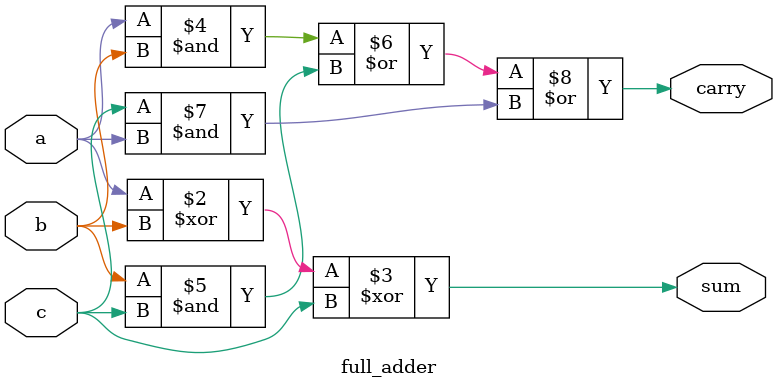
<source format=v>
module full_adder(a,b,c,sum,carry);
input a,b,c;
output reg sum,carry;

always @(a,b,c) begin 
	sum = a ^ b ^ c;
	carry = (a & b) | (b & c) | (c & a);
end 
endmodule 
</source>
